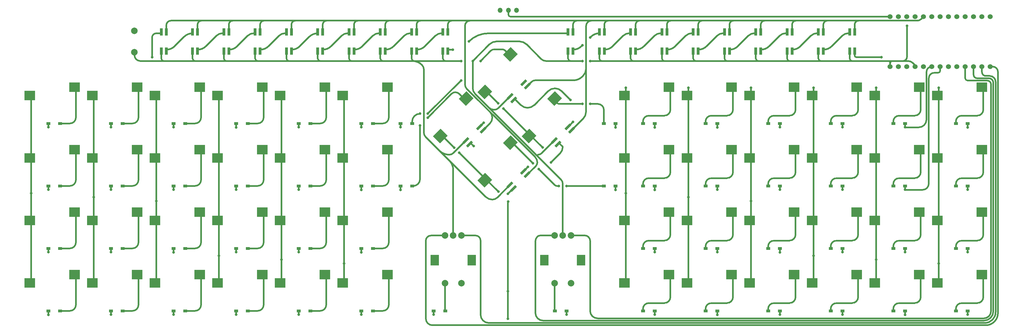
<source format=gbl>
G04 #@! TF.GenerationSoftware,KiCad,Pcbnew,(6.0.2)*
G04 #@! TF.CreationDate,2022-02-24T21:52:04+09:00*
G04 #@! TF.ProjectId,RoSoR,526f536f-522e-46b6-9963-61645f706362,rev?*
G04 #@! TF.SameCoordinates,Original*
G04 #@! TF.FileFunction,Copper,L2,Bot*
G04 #@! TF.FilePolarity,Positive*
%FSLAX46Y46*%
G04 Gerber Fmt 4.6, Leading zero omitted, Abs format (unit mm)*
G04 Created by KiCad (PCBNEW (6.0.2)) date 2022-02-24 21:52:04*
%MOMM*%
%LPD*%
G01*
G04 APERTURE LIST*
G04 Aperture macros list*
%AMRotRect*
0 Rectangle, with rotation*
0 The origin of the aperture is its center*
0 $1 length*
0 $2 width*
0 $3 Rotation angle, in degrees counterclockwise*
0 Add horizontal line*
21,1,$1,$2,0,0,$3*%
G04 Aperture macros list end*
G04 #@! TA.AperFunction,SMDPad,CuDef*
%ADD10R,3.300000X3.000000*%
G04 #@! TD*
G04 #@! TA.AperFunction,SMDPad,CuDef*
%ADD11RotRect,3.300000X3.000000X225.000000*%
G04 #@! TD*
G04 #@! TA.AperFunction,SMDPad,CuDef*
%ADD12R,1.300000X0.950000*%
G04 #@! TD*
G04 #@! TA.AperFunction,ComponentPad*
%ADD13C,2.000000*%
G04 #@! TD*
G04 #@! TA.AperFunction,SMDPad,CuDef*
%ADD14R,0.820000X2.200000*%
G04 #@! TD*
G04 #@! TA.AperFunction,SMDPad,CuDef*
%ADD15RotRect,2.200000X0.820000X45.000000*%
G04 #@! TD*
G04 #@! TA.AperFunction,ComponentPad*
%ADD16R,2.500000X3.200000*%
G04 #@! TD*
G04 #@! TA.AperFunction,ComponentPad*
%ADD17C,1.524000*%
G04 #@! TD*
G04 #@! TA.AperFunction,ComponentPad*
%ADD18O,1.500000X1.500000*%
G04 #@! TD*
G04 #@! TA.AperFunction,ViaPad*
%ADD19C,0.800000*%
G04 #@! TD*
G04 #@! TA.AperFunction,Conductor*
%ADD20C,0.500000*%
G04 #@! TD*
G04 APERTURE END LIST*
D10*
X244962500Y-45045000D03*
X258562500Y-42505000D03*
D11*
X177828104Y-57395245D03*
X185648705Y-45982542D03*
D10*
X44937500Y-45045000D03*
X58537500Y-42505000D03*
D12*
X212537680Y-91678202D03*
X216087680Y-91678202D03*
X88712576Y-72628186D03*
X92262576Y-72628186D03*
D10*
X283062500Y-45045000D03*
X296662500Y-42505000D03*
D13*
X57745458Y-25325072D03*
X57745458Y-31825072D03*
D10*
X206862500Y-83145000D03*
X220462500Y-80605000D03*
D12*
X269687728Y-110728218D03*
X273237728Y-110728218D03*
X69662560Y-110728218D03*
X73212560Y-110728218D03*
D14*
X84975000Y-25625000D03*
X84975000Y-31525000D03*
X86475000Y-31525000D03*
X86475000Y-25625000D03*
D15*
X189748728Y-54610566D03*
X185576798Y-58782496D03*
X186637458Y-59843156D03*
X190809388Y-55671226D03*
D12*
X307787760Y-91678202D03*
X311337760Y-91678202D03*
D10*
X102087500Y-83145000D03*
X115687500Y-80605000D03*
X25887500Y-83145000D03*
X39487500Y-80605000D03*
D12*
X69662560Y-72628186D03*
X73212560Y-72628186D03*
X307787760Y-72628186D03*
X311337760Y-72628186D03*
D10*
X264012500Y-83145000D03*
X277612500Y-80605000D03*
D12*
X250637712Y-72628186D03*
X254187712Y-72628186D03*
X269687728Y-91678202D03*
X273237728Y-91678202D03*
X50612544Y-72628186D03*
X54162544Y-72628186D03*
D10*
X244962500Y-83145000D03*
X258562500Y-80605000D03*
X63987500Y-64095000D03*
X77587500Y-61555000D03*
X244962500Y-102195000D03*
X258562500Y-99655000D03*
D12*
X88712576Y-110728218D03*
X92262576Y-110728218D03*
D10*
X121137500Y-64095000D03*
X134737500Y-61555000D03*
X83037500Y-102195000D03*
X96637500Y-99655000D03*
D12*
X148839442Y-110728218D03*
X152389442Y-110728218D03*
D10*
X283062500Y-83145000D03*
X296662500Y-80605000D03*
X63987500Y-45045000D03*
X77587500Y-42505000D03*
D12*
X50612544Y-53578170D03*
X54162544Y-53578170D03*
D10*
X225912500Y-45045000D03*
X239512500Y-42505000D03*
D12*
X50612544Y-91678202D03*
X54162544Y-91678202D03*
D10*
X302112500Y-83145000D03*
X315712500Y-80605000D03*
X302112500Y-102195000D03*
X315712500Y-99655000D03*
X225912500Y-64095000D03*
X239512500Y-61555000D03*
D12*
X107762592Y-91678202D03*
X111312592Y-91678202D03*
D15*
X162810773Y-54608071D03*
X158638843Y-58780001D03*
X159699503Y-59840661D03*
X163871433Y-55668731D03*
D12*
X138718868Y-72628186D03*
X142268868Y-72628186D03*
X200631420Y-53578170D03*
X204181420Y-53578170D03*
D10*
X225912500Y-102195000D03*
X239512500Y-99655000D03*
D12*
X231587696Y-53578170D03*
X235137696Y-53578170D03*
D10*
X25887500Y-45045000D03*
X39487500Y-42505000D03*
D13*
X157281250Y-87750000D03*
X152281250Y-87750000D03*
X154781250Y-87750000D03*
D16*
X160381250Y-95250000D03*
X149181250Y-95250000D03*
D13*
X152281250Y-102250000D03*
X157281250Y-102250000D03*
D14*
X132600000Y-25625000D03*
X132600000Y-31525000D03*
X134100000Y-31525000D03*
X134100000Y-25625000D03*
D12*
X307787760Y-53578170D03*
X311337760Y-53578170D03*
X212537680Y-110728218D03*
X216087680Y-110728218D03*
D14*
X104025000Y-25625000D03*
X104025000Y-31525000D03*
X105525000Y-31525000D03*
X105525000Y-25625000D03*
D13*
X190618750Y-87750000D03*
X185618750Y-87750000D03*
X188118750Y-87750000D03*
D16*
X182518750Y-95250000D03*
X193718750Y-95250000D03*
D13*
X185618750Y-102250000D03*
X190618750Y-102250000D03*
D12*
X288737744Y-72628186D03*
X292287744Y-72628186D03*
D10*
X44937500Y-83145000D03*
X58537500Y-80605000D03*
X264012500Y-45045000D03*
X277612500Y-42505000D03*
X302112500Y-64095000D03*
X315712500Y-61555000D03*
D12*
X307787760Y-110728218D03*
X311337760Y-110728218D03*
X31562528Y-72628186D03*
X35112528Y-72628186D03*
D15*
X176205293Y-68151419D03*
X172033363Y-72323349D03*
X173094023Y-73384009D03*
X177265953Y-69212079D03*
D14*
X227850000Y-25625000D03*
X227850000Y-31525000D03*
X229350000Y-31525000D03*
X229350000Y-25625000D03*
D12*
X31562528Y-53578170D03*
X35112528Y-53578170D03*
D17*
X290322000Y-36231400D03*
X292862000Y-36231400D03*
X295402000Y-36231400D03*
X297942000Y-36231400D03*
X300482000Y-36231400D03*
X303022000Y-36231400D03*
X305562000Y-36231400D03*
X308102000Y-36231400D03*
X310642000Y-36231400D03*
X313182000Y-36231400D03*
X315722000Y-36231400D03*
X318262000Y-36231400D03*
X318262000Y-21011400D03*
X315722000Y-21011400D03*
X313182000Y-21011400D03*
X310642000Y-21011400D03*
X308102000Y-21011400D03*
X305562000Y-21011400D03*
X303022000Y-21011400D03*
X300482000Y-21011400D03*
X297942000Y-21011400D03*
X295402000Y-21011400D03*
X292862000Y-21011400D03*
X290322000Y-21011400D03*
X287782000Y-21011400D03*
X287782000Y-36231400D03*
D12*
X50612544Y-110728218D03*
X54162544Y-110728218D03*
D11*
X164357719Y-43924860D03*
X172178320Y-32512157D03*
D12*
X88712576Y-53578170D03*
X92262576Y-53578170D03*
D14*
X123075000Y-25625000D03*
X123075000Y-31525000D03*
X124575000Y-31525000D03*
X124575000Y-25625000D03*
D10*
X121137500Y-45045000D03*
X134737500Y-42505000D03*
X102087500Y-102195000D03*
X115687500Y-99655000D03*
D14*
X199275000Y-25625000D03*
X199275000Y-31525000D03*
X200775000Y-31525000D03*
X200775000Y-25625000D03*
D12*
X185748910Y-110728218D03*
X189298910Y-110728218D03*
D10*
X44937500Y-64095000D03*
X58537500Y-61555000D03*
D14*
X75450000Y-25625000D03*
X75450000Y-31525000D03*
X76950000Y-31525000D03*
X76950000Y-25625000D03*
D12*
X69662560Y-91678202D03*
X73212560Y-91678202D03*
X250637712Y-110728218D03*
X254187712Y-110728218D03*
X269687728Y-53578170D03*
X273237728Y-53578170D03*
D10*
X102087500Y-64095000D03*
X115687500Y-61555000D03*
D14*
X142125000Y-25625000D03*
X142125000Y-31525000D03*
X143625000Y-31525000D03*
X143625000Y-25625000D03*
X151650000Y-25625000D03*
X151650000Y-31525000D03*
X153150000Y-31525000D03*
X153150000Y-25625000D03*
D11*
X150887335Y-57395245D03*
X158707936Y-45982542D03*
D10*
X206862500Y-45045000D03*
X220462500Y-42505000D03*
X63987500Y-83145000D03*
X77587500Y-80605000D03*
D14*
X275475000Y-25625000D03*
X275475000Y-31525000D03*
X276975000Y-31525000D03*
X276975000Y-25625000D03*
D12*
X200631420Y-72628186D03*
X204181420Y-72628186D03*
X231587696Y-110728218D03*
X235137696Y-110728218D03*
D10*
X244962500Y-64095000D03*
X258562500Y-61555000D03*
X264012500Y-102195000D03*
X277612500Y-99655000D03*
D12*
X126812608Y-110728218D03*
X130362608Y-110728218D03*
D14*
X237375000Y-25625000D03*
X237375000Y-31525000D03*
X238875000Y-31525000D03*
X238875000Y-25625000D03*
X218325000Y-25625000D03*
X218325000Y-31525000D03*
X219825000Y-31525000D03*
X219825000Y-25625000D03*
X208800000Y-25625000D03*
X208800000Y-31525000D03*
X210300000Y-31525000D03*
X210300000Y-25625000D03*
D15*
X176279707Y-41139137D03*
X172107777Y-45311067D03*
X173168437Y-46371727D03*
X177340367Y-42199797D03*
D14*
X94500000Y-25625000D03*
X94500000Y-31525000D03*
X96000000Y-31525000D03*
X96000000Y-25625000D03*
D12*
X288737744Y-91678202D03*
X292287744Y-91678202D03*
X288737744Y-53578170D03*
X292287744Y-53578170D03*
D10*
X283062500Y-64095000D03*
X296662500Y-61555000D03*
X283062500Y-102195000D03*
X296662500Y-99655000D03*
D14*
X265950000Y-25625000D03*
X265950000Y-31525000D03*
X267450000Y-31525000D03*
X267450000Y-25625000D03*
D10*
X63987500Y-102195000D03*
X77587500Y-99655000D03*
D12*
X126812608Y-72628186D03*
X130362608Y-72628186D03*
X88712576Y-91678202D03*
X92262576Y-91678202D03*
X212537680Y-53578170D03*
X216087680Y-53578170D03*
X138718868Y-53578170D03*
X142268868Y-53578170D03*
X231587500Y-72628186D03*
X235137500Y-72628186D03*
D10*
X206862500Y-102195000D03*
X220462500Y-99655000D03*
X302112500Y-45045000D03*
X315712500Y-42505000D03*
D12*
X31562528Y-91678202D03*
X35112528Y-91678202D03*
X250637712Y-53578170D03*
X254187712Y-53578170D03*
D10*
X83037500Y-64095000D03*
X96637500Y-61555000D03*
D12*
X31562528Y-110728218D03*
X35112528Y-110728218D03*
D10*
X206862500Y-64095000D03*
X220462500Y-61555000D03*
X102087500Y-45045000D03*
X115687500Y-42505000D03*
D14*
X256425000Y-25625000D03*
X256425000Y-31525000D03*
X257925000Y-31525000D03*
X257925000Y-25625000D03*
D12*
X126812608Y-91678202D03*
X130362608Y-91678202D03*
D10*
X83037500Y-83145000D03*
X96637500Y-80605000D03*
D12*
X288737744Y-110728218D03*
X292287744Y-110728218D03*
D10*
X121137500Y-83145000D03*
X134737500Y-80605000D03*
X25887500Y-64095000D03*
X39487500Y-61555000D03*
X121137500Y-102195000D03*
X134737500Y-99655000D03*
D14*
X65925000Y-25625000D03*
X65925000Y-31525000D03*
X67425000Y-31525000D03*
X67425000Y-25625000D03*
X113550000Y-25625000D03*
X113550000Y-31525000D03*
X115050000Y-31525000D03*
X115050000Y-25625000D03*
D10*
X25887500Y-102195000D03*
X39487500Y-99655000D03*
D18*
X171568750Y-19050000D03*
X169068750Y-19050000D03*
X174068750Y-19050000D03*
D12*
X107762500Y-53578170D03*
X111312500Y-53578170D03*
D14*
X246900000Y-25625000D03*
X246900000Y-31525000D03*
X248400000Y-31525000D03*
X248400000Y-25625000D03*
D12*
X231587696Y-91678202D03*
X235137696Y-91678202D03*
D10*
X83037500Y-45045000D03*
X96637500Y-42505000D03*
X44937500Y-102195000D03*
X58537500Y-99655000D03*
D11*
X164357719Y-70865629D03*
X172178320Y-59452926D03*
D12*
X269687500Y-72628186D03*
X273237500Y-72628186D03*
X250637712Y-91678202D03*
X254187712Y-91678202D03*
X107762592Y-110728218D03*
X111312592Y-110728218D03*
X107762592Y-72628186D03*
X111312592Y-72628186D03*
X69662560Y-53578170D03*
X73212560Y-53578170D03*
D10*
X225912500Y-83145000D03*
X239512500Y-80605000D03*
D12*
X212537680Y-72628186D03*
X216087680Y-72628186D03*
D10*
X264012500Y-64095000D03*
X277612500Y-61555000D03*
D14*
X189750000Y-25625000D03*
X189750000Y-31525000D03*
X191250000Y-31525000D03*
X191250000Y-25625000D03*
D12*
X126812608Y-53578170D03*
X130362608Y-53578170D03*
D19*
X31562528Y-54742387D03*
X69662560Y-54742387D03*
X126812608Y-54742387D03*
X107762500Y-54742610D03*
X50612544Y-54742387D03*
X292287744Y-54742387D03*
X138718868Y-54742387D03*
X88701637Y-54768796D03*
X273237728Y-54742387D03*
X216098619Y-54768796D03*
X311348699Y-54768796D03*
X204192359Y-54768796D03*
X254187712Y-54742387D03*
X235148635Y-54768796D03*
X292287744Y-73792403D03*
X138707929Y-73818812D03*
X69662560Y-73792403D03*
X235137500Y-73791930D03*
X204192359Y-73818812D03*
X273237500Y-73791853D03*
X31562528Y-73792403D03*
X311337760Y-73792403D03*
X216098619Y-73818812D03*
X88712576Y-73792403D03*
X50612544Y-73792403D03*
X107762592Y-73792403D03*
X126801669Y-73818812D03*
X254187712Y-73792403D03*
X50612544Y-92842419D03*
X69651621Y-92868828D03*
X292287744Y-92842419D03*
X273237728Y-92842419D03*
X235137696Y-92842419D03*
X88712576Y-92842419D03*
X31562528Y-92842419D03*
X254198651Y-92868828D03*
X107762592Y-92842419D03*
X216087680Y-92842419D03*
X311337760Y-92842419D03*
X126801669Y-92868828D03*
X148839442Y-111892616D03*
X88712576Y-111892435D03*
X107762592Y-111892435D03*
X126812608Y-111892435D03*
X31551589Y-111918844D03*
X69662560Y-111892435D03*
X50612544Y-111892435D03*
X311337760Y-111892435D03*
X292298683Y-111918844D03*
X273237728Y-111892435D03*
X189298910Y-111892616D03*
X235148635Y-111918844D03*
X254187712Y-111892435D03*
X216087680Y-111892435D03*
X157162632Y-40481284D03*
X144666434Y-50596230D03*
X163115708Y-34528208D03*
X147036936Y-50596230D03*
X147042311Y-51792231D03*
X144661059Y-54173483D03*
X194072038Y-47625040D03*
X196453290Y-47625040D03*
X186928282Y-72628186D03*
X179031274Y-65698445D03*
X189309534Y-72628186D03*
X180789175Y-67456346D03*
X196453290Y-34528154D03*
X194072038Y-34528154D03*
X157162632Y-34528154D03*
X160734375Y-34528125D03*
X292894488Y-23812560D03*
X285155406Y-33337584D03*
X194072038Y-29765650D03*
X196453290Y-27384398D03*
X154662500Y-31075000D03*
X159543750Y-28575000D03*
X63103125Y-33337500D03*
X160975744Y-60480506D03*
X171450000Y-75009375D03*
X164073484Y-53345359D03*
X177542419Y-66814294D03*
X184546875Y-65484375D03*
X190500000Y-46434375D03*
X191235897Y-53123397D03*
X207312500Y-42719380D03*
X26337500Y-74865880D03*
X207312500Y-74866336D03*
X45387500Y-76056556D03*
X226362500Y-42719428D03*
X226362500Y-76057012D03*
X245412500Y-77247688D03*
X64437500Y-77247232D03*
X245412500Y-42719476D03*
X264462500Y-93916528D03*
X83487500Y-93916072D03*
X264462500Y-42719524D03*
X283512500Y-95107204D03*
X102537500Y-95106748D03*
X283512500Y-42719572D03*
X121587500Y-96297424D03*
X302562500Y-42719620D03*
X302562500Y-96297880D03*
X168508095Y-74379609D03*
X171450236Y-104774532D03*
X170072219Y-49002965D03*
X156601835Y-62473349D03*
X171450236Y-113109660D03*
X168473579Y-47404324D03*
X171484451Y-77355965D03*
X155113552Y-60985067D03*
X181978479Y-60909225D03*
D20*
X107762500Y-53578170D02*
X107762500Y-54742610D01*
X50612544Y-53578170D02*
X50612544Y-54742387D01*
X311337760Y-53578170D02*
X311337760Y-54742387D01*
X292314245Y-54768888D02*
X296466372Y-54768888D01*
X88712576Y-53578170D02*
X88712576Y-54742387D01*
X204181420Y-53578170D02*
X204181420Y-54742387D01*
X235137696Y-53578170D02*
X235137696Y-54742387D01*
X298847628Y-52387632D02*
X298847628Y-37865772D01*
X126812608Y-53578170D02*
X126812608Y-54742387D01*
X69662560Y-53578170D02*
X69662560Y-54742387D01*
X273237728Y-53578170D02*
X273237728Y-54742387D01*
X31562528Y-53578170D02*
X31562528Y-54742387D01*
X216087680Y-53578170D02*
X216087680Y-54742387D01*
X254187712Y-53578170D02*
X254187712Y-54742387D01*
X138718868Y-53578170D02*
X138718868Y-54742387D01*
X292287744Y-53578170D02*
X292287744Y-54742387D01*
X235148635Y-54768796D02*
G75*
G02*
X235137696Y-54742387I26412J26410D01*
G01*
X298847628Y-52387632D02*
G75*
G02*
X296466372Y-54768888I-2381257J1D01*
G01*
X292298683Y-54768796D02*
G75*
G02*
X292287744Y-54742387I26412J26410D01*
G01*
X292314245Y-54768888D02*
G75*
G02*
X292287744Y-54742387I0J26501D01*
G01*
X88701637Y-54768796D02*
G75*
G03*
X88712576Y-54742387I-26412J26410D01*
G01*
X216098619Y-54768796D02*
G75*
G02*
X216087680Y-54742387I26412J26410D01*
G01*
X204192359Y-54768796D02*
G75*
G02*
X204181420Y-54742387I26412J26410D01*
G01*
X311348699Y-54768796D02*
G75*
G02*
X311337760Y-54742387I26412J26410D01*
G01*
X300482000Y-36231400D02*
G75*
G03*
X298847628Y-37865772I-2J-1634370D01*
G01*
X38100000Y-53578125D02*
X35112573Y-53578125D01*
X39917021Y-43384521D02*
X39917021Y-51761104D01*
X38100000Y-53578125D02*
G75*
G03*
X39917021Y-51761104I0J1817021D01*
G01*
X273237500Y-72628186D02*
X273237500Y-73791853D01*
X299547148Y-39781832D02*
X299547148Y-71928788D01*
X292287744Y-72628186D02*
X292287744Y-73792403D01*
X107762592Y-72628186D02*
X107762592Y-73792403D01*
X88712576Y-72628186D02*
X88712576Y-73792403D01*
X50612544Y-72628186D02*
X50612544Y-73792403D01*
X254187712Y-72628186D02*
X254187712Y-73792403D01*
X31562528Y-72628186D02*
X31562528Y-73792403D01*
X204181420Y-72628186D02*
X204181420Y-73792403D01*
X302419512Y-38100096D02*
X301228884Y-38100096D01*
X69662560Y-72628186D02*
X69662560Y-73792403D01*
X303022000Y-37497608D02*
X303022000Y-36231400D01*
X311337760Y-72628186D02*
X311337760Y-73792403D01*
X138718868Y-72628186D02*
X138718868Y-73792403D01*
X126812608Y-72628186D02*
X126812608Y-73792403D01*
X235137500Y-72628186D02*
X235137500Y-73791930D01*
X216087680Y-72628186D02*
X216087680Y-73792403D01*
X292314277Y-73818936D02*
X297657000Y-73818936D01*
X126801669Y-73818812D02*
G75*
G03*
X126812608Y-73792403I-26412J26410D01*
G01*
X301228884Y-38100096D02*
G75*
G03*
X299547148Y-39781832I0J-1681736D01*
G01*
X216098619Y-73818812D02*
G75*
G02*
X216087680Y-73792403I26412J26410D01*
G01*
X303022000Y-37497608D02*
G75*
G02*
X302419512Y-38100096I-602489J1D01*
G01*
X292298683Y-73818812D02*
G75*
G02*
X292287744Y-73792403I26412J26410D01*
G01*
X204192359Y-73818812D02*
G75*
G02*
X204181420Y-73792403I26412J26410D01*
G01*
X299547148Y-71928788D02*
G75*
G02*
X297657000Y-73818936I-1890150J2D01*
G01*
X292314277Y-73818936D02*
G75*
G02*
X292287744Y-73792403I-1J26532D01*
G01*
X138707929Y-73818812D02*
G75*
G03*
X138718868Y-73792403I-26412J26410D01*
G01*
X38100000Y-72628125D02*
X35112589Y-72628125D01*
X39917021Y-62434521D02*
X39917021Y-70811104D01*
X38100000Y-72628125D02*
G75*
G03*
X39917021Y-70811104I0J1817021D01*
G01*
X216087680Y-91678202D02*
X216087680Y-92842419D01*
X292287744Y-91678202D02*
X292287744Y-92842419D01*
X311337760Y-91678202D02*
X311337760Y-92842419D01*
X126812608Y-91678202D02*
X126812608Y-92842419D01*
X273237728Y-91678202D02*
X273237728Y-92842419D01*
X88712576Y-91678202D02*
X88712576Y-92842419D01*
X69662560Y-91678202D02*
X69662560Y-92842419D01*
X235137696Y-91678202D02*
X235137696Y-92842419D01*
X31562528Y-91678202D02*
X31562528Y-92842419D01*
X254187712Y-91678202D02*
X254187712Y-92842419D01*
X107762592Y-91678202D02*
X107762592Y-92842419D01*
X50612544Y-91678202D02*
X50612544Y-92842419D01*
X69651621Y-92868828D02*
G75*
G03*
X69662560Y-92842419I-26412J26410D01*
G01*
X254198651Y-92868828D02*
G75*
G02*
X254187712Y-92842419I26412J26410D01*
G01*
X126801669Y-92868828D02*
G75*
G03*
X126812608Y-92842419I-26412J26410D01*
G01*
X39917021Y-81484521D02*
X39917021Y-89861104D01*
X38100000Y-91678125D02*
X35112605Y-91678125D01*
X38100000Y-91678125D02*
G75*
G03*
X39917021Y-89861104I0J1817021D01*
G01*
X148839442Y-110728218D02*
X148839442Y-111892616D01*
X235137696Y-110728218D02*
X235137696Y-111892435D01*
X88712576Y-110728218D02*
X88712576Y-111892435D01*
X254187712Y-110728218D02*
X254187712Y-111892435D01*
X31562528Y-110728218D02*
X31562528Y-111892435D01*
X311337760Y-110728218D02*
X311337760Y-111892435D01*
X50612544Y-110728218D02*
X50612544Y-111892435D01*
X292287744Y-110728218D02*
X292287744Y-111892435D01*
X216087680Y-110728218D02*
X216087680Y-111892435D01*
X273237728Y-110728218D02*
X273237728Y-111892435D01*
X69662560Y-110728218D02*
X69662560Y-111892435D01*
X107762592Y-110728218D02*
X107762592Y-111892435D01*
X189298910Y-110728218D02*
X189298910Y-111892616D01*
X126812608Y-110728218D02*
X126812608Y-111892435D01*
X235148635Y-111918844D02*
G75*
G02*
X235137696Y-111892435I26412J26410D01*
G01*
X292298683Y-111918844D02*
G75*
G02*
X292287744Y-111892435I26412J26410D01*
G01*
X31551589Y-111918844D02*
G75*
G03*
X31562528Y-111892435I-26412J26410D01*
G01*
X39917021Y-100534521D02*
X39917021Y-108911104D01*
X38100000Y-110728125D02*
X35112621Y-110728125D01*
X38100000Y-110728125D02*
G75*
G03*
X39917021Y-108911104I0J1817021D01*
G01*
X58967021Y-43384521D02*
X58967021Y-51761104D01*
X57150000Y-53578125D02*
X54162589Y-53578125D01*
X57150000Y-53578125D02*
G75*
G03*
X58967021Y-51761104I0J1817021D01*
G01*
X57150000Y-72628125D02*
X54162605Y-72628125D01*
X58967021Y-62434521D02*
X58967021Y-70811104D01*
X57150000Y-72628125D02*
G75*
G03*
X58967021Y-70811104I0J1817021D01*
G01*
X57150000Y-91678125D02*
X54162621Y-91678125D01*
X58967021Y-81484521D02*
X58967021Y-89861104D01*
X57150000Y-91678125D02*
G75*
G03*
X58967021Y-89861104I0J1817021D01*
G01*
X58967021Y-100534521D02*
X58967021Y-108911104D01*
X57150000Y-110728125D02*
X54162637Y-110728125D01*
X57150000Y-110728125D02*
G75*
G03*
X58967021Y-108911104I0J1817021D01*
G01*
X76200000Y-53578125D02*
X73212605Y-53578125D01*
X78017021Y-43384521D02*
X78017021Y-51761104D01*
X76200000Y-53578125D02*
G75*
G03*
X78017021Y-51761104I0J1817021D01*
G01*
X76200000Y-72628125D02*
X73212621Y-72628125D01*
X78017021Y-62434521D02*
X78017021Y-70811104D01*
X76200000Y-72628125D02*
G75*
G03*
X78017021Y-70811104I0J1817021D01*
G01*
X78017021Y-81484521D02*
X78017021Y-89861104D01*
X76200000Y-91678125D02*
X73212637Y-91678125D01*
X76200000Y-91678125D02*
G75*
G03*
X78017021Y-89861104I0J1817021D01*
G01*
X76200000Y-110728125D02*
X73212653Y-110728125D01*
X78017021Y-100534521D02*
X78017021Y-108911104D01*
X76200000Y-110728125D02*
G75*
G03*
X78017021Y-108911104I0J1817021D01*
G01*
X95250000Y-53578125D02*
X92262621Y-53578125D01*
X97067021Y-43384521D02*
X97067021Y-51761104D01*
X95250000Y-53578125D02*
G75*
G03*
X97067021Y-51761104I0J1817021D01*
G01*
X97067021Y-62434521D02*
X97067021Y-70811104D01*
X95250000Y-72628125D02*
X92262637Y-72628125D01*
X95250000Y-72628125D02*
G75*
G03*
X97067021Y-70811104I0J1817021D01*
G01*
X97067021Y-81484521D02*
X97067021Y-89861104D01*
X95250000Y-91678125D02*
X92262653Y-91678125D01*
X95250000Y-91678125D02*
G75*
G03*
X97067021Y-89861104I0J1817021D01*
G01*
X97067021Y-100534521D02*
X97067021Y-108911104D01*
X95250000Y-110728125D02*
X92262669Y-110728125D01*
X95250000Y-110728125D02*
G75*
G03*
X97067021Y-108911104I0J1817021D01*
G01*
X114300000Y-53578125D02*
X111312545Y-53578125D01*
X116117021Y-43384521D02*
X116117021Y-51761104D01*
X114300000Y-53578125D02*
G75*
G03*
X116117021Y-51761104I0J1817021D01*
G01*
X114300000Y-72628125D02*
X111312653Y-72628125D01*
X116117021Y-62434521D02*
X116117021Y-70811104D01*
X114300000Y-72628125D02*
G75*
G03*
X116117021Y-70811104I0J1817021D01*
G01*
X114300000Y-91678125D02*
X111312669Y-91678125D01*
X116117021Y-81484521D02*
X116117021Y-89861104D01*
X114300000Y-91678125D02*
G75*
G03*
X116117021Y-89861104I0J1817021D01*
G01*
X116117021Y-100534521D02*
X116117021Y-108911104D01*
X114300000Y-110728125D02*
X111312685Y-110728125D01*
X114300000Y-110728125D02*
G75*
G03*
X116117021Y-108911104I0J1817021D01*
G01*
X133350000Y-53578125D02*
X130362653Y-53578125D01*
X135167021Y-43384521D02*
X135167021Y-51761104D01*
X133350000Y-53578125D02*
G75*
G03*
X135167021Y-51761104I0J1817021D01*
G01*
X133350000Y-72628125D02*
X130362669Y-72628125D01*
X135167021Y-62434521D02*
X135167021Y-70811104D01*
X133350000Y-72628125D02*
G75*
G03*
X135167021Y-70811104I0J1817021D01*
G01*
X133350000Y-91678125D02*
X130362685Y-91678125D01*
X135167021Y-81484521D02*
X135167021Y-89861104D01*
X133350000Y-91678125D02*
G75*
G03*
X135167021Y-89861104I0J1817021D01*
G01*
X135167021Y-100534521D02*
X135167021Y-108911104D01*
X133350000Y-110728125D02*
X130362701Y-110728125D01*
X133350000Y-110728125D02*
G75*
G03*
X135167021Y-108911104I0J1817021D01*
G01*
X167282953Y-30956276D02*
X169664205Y-30956276D01*
X170557783Y-31326408D02*
X171860122Y-32628747D01*
X163115708Y-34528208D02*
X166266690Y-31377226D01*
X157162632Y-40481284D02*
X147055288Y-50588628D01*
X142268868Y-53578170D02*
X142268868Y-52993796D01*
X170557783Y-31326408D02*
G75*
G03*
X169664205Y-30956276I-893577J-893576D01*
G01*
X167282953Y-30956276D02*
G75*
G03*
X166266690Y-31377226I-2J-1437207D01*
G01*
X144666434Y-50596230D02*
G75*
G03*
X142268868Y-52993796I1J-2397567D01*
G01*
X147036936Y-50596230D02*
G75*
G03*
X147055288Y-50588628I-2J25957D01*
G01*
X144661059Y-54173483D02*
X144661059Y-70595661D01*
X154360430Y-44474112D02*
X147042311Y-51792231D01*
X158389738Y-46300740D02*
X156683427Y-44594429D01*
X144065746Y-72032873D02*
G75*
G02*
X142628534Y-72628186I-1437212J1437211D01*
G01*
X144065746Y-72032873D02*
G75*
G03*
X144661059Y-70595661I-1437211J1437212D01*
G01*
X154360430Y-44474112D02*
G75*
G02*
X155376693Y-44053162I1016261J-1016257D01*
G01*
X155376693Y-44053163D02*
G75*
G02*
X156683427Y-44594429I5J-1847989D01*
G01*
X152281250Y-102250000D02*
X152281250Y-110467020D01*
X152389442Y-110728218D02*
G75*
G02*
X152281250Y-110467020I261197J261198D01*
G01*
X212537680Y-52971695D02*
X212537680Y-53578170D01*
X219075000Y-51196875D02*
X214312500Y-51196875D01*
X220892021Y-43384521D02*
X220892021Y-49379854D01*
X219075000Y-51196875D02*
G75*
G03*
X220892021Y-49379854I0J1817021D01*
G01*
X212537680Y-52971695D02*
G75*
G02*
X214312500Y-51196875I1774821J-1D01*
G01*
X220892021Y-62434521D02*
X220892021Y-68429854D01*
X219075000Y-70246875D02*
X214312500Y-70246875D01*
X212537680Y-72021695D02*
X212537680Y-72628186D01*
X219075000Y-70246875D02*
G75*
G03*
X220892021Y-68429854I0J1817021D01*
G01*
X212537680Y-72021695D02*
G75*
G02*
X214312500Y-70246875I1774821J-1D01*
G01*
X212537680Y-91071695D02*
X212537680Y-91678202D01*
X219075000Y-89296875D02*
X214312500Y-89296875D01*
X220892021Y-81484521D02*
X220892021Y-87479854D01*
X212537680Y-91071695D02*
G75*
G02*
X214312500Y-89296875I1774821J-1D01*
G01*
X219075000Y-89296875D02*
G75*
G03*
X220892021Y-87479854I0J1817021D01*
G01*
X219075000Y-108346875D02*
X214312500Y-108346875D01*
X220892021Y-100534521D02*
X220892021Y-106529854D01*
X212537680Y-110121695D02*
X212537680Y-110728218D01*
X212537680Y-110121695D02*
G75*
G02*
X214312500Y-108346875I1774821J-1D01*
G01*
X219075000Y-108346875D02*
G75*
G03*
X220892021Y-106529854I0J1817021D01*
G01*
X238125000Y-51196875D02*
X233362500Y-51196875D01*
X231587696Y-52971679D02*
X231587696Y-53578170D01*
X239942021Y-43384521D02*
X239942021Y-49379854D01*
X231587696Y-52971679D02*
G75*
G02*
X233362500Y-51196875I1774804J0D01*
G01*
X238125000Y-51196875D02*
G75*
G03*
X239942021Y-49379854I0J1817021D01*
G01*
X239942021Y-62434569D02*
X239942021Y-68430631D01*
X231587696Y-72628218D02*
X231587696Y-72022444D01*
X238125600Y-70247052D02*
X233363088Y-70247052D01*
X238125600Y-70247052D02*
G75*
G03*
X239942021Y-68430631I1J1816420D01*
G01*
X233363088Y-70247052D02*
G75*
G03*
X231587696Y-72022444I-1J-1775391D01*
G01*
X231587696Y-91678266D02*
X231587696Y-91072492D01*
X239942021Y-81484617D02*
X239942021Y-87480679D01*
X238125600Y-89297100D02*
X233363088Y-89297100D01*
X233363088Y-89297100D02*
G75*
G03*
X231587696Y-91072492I-1J-1775391D01*
G01*
X238125600Y-89297100D02*
G75*
G03*
X239942021Y-87480679I1J1816420D01*
G01*
X238125600Y-108347148D02*
X233363088Y-108347148D01*
X231587696Y-110728314D02*
X231587696Y-110122540D01*
X239942021Y-100534665D02*
X239942021Y-106530727D01*
X233363088Y-108347148D02*
G75*
G03*
X231587696Y-110122540I-1J-1775391D01*
G01*
X238125600Y-108347148D02*
G75*
G03*
X239942021Y-106530727I1J1816420D01*
G01*
X258992021Y-43384521D02*
X258992021Y-49379854D01*
X250637712Y-52971663D02*
X250637712Y-53578170D01*
X257175000Y-51196875D02*
X252412500Y-51196875D01*
X257175000Y-51196875D02*
G75*
G03*
X258992021Y-49379854I0J1817021D01*
G01*
X250637712Y-52971663D02*
G75*
G02*
X252412500Y-51196875I1774787J1D01*
G01*
X250637744Y-72628218D02*
X250637744Y-72022444D01*
X258992069Y-62434569D02*
X258992069Y-68430631D01*
X257175648Y-70247052D02*
X252413136Y-70247052D01*
X252413136Y-70247052D02*
G75*
G03*
X250637744Y-72022444I-1J-1775391D01*
G01*
X257175648Y-70247052D02*
G75*
G03*
X258992069Y-68430631I1J1816420D01*
G01*
X258992069Y-81484617D02*
X258992069Y-87480679D01*
X250637744Y-91678266D02*
X250637744Y-91072492D01*
X257175648Y-89297100D02*
X252413136Y-89297100D01*
X257175648Y-89297100D02*
G75*
G03*
X258992069Y-87480679I1J1816420D01*
G01*
X252413136Y-89297100D02*
G75*
G03*
X250637744Y-91072492I-1J-1775391D01*
G01*
X257175648Y-108347148D02*
X252413136Y-108347148D01*
X250637744Y-110728314D02*
X250637744Y-110122540D01*
X258992069Y-100534665D02*
X258992069Y-106530727D01*
X257175648Y-108347148D02*
G75*
G03*
X258992069Y-106530727I1J1816420D01*
G01*
X252413136Y-108347148D02*
G75*
G03*
X250637744Y-110122540I-1J-1775391D01*
G01*
X269687728Y-52971647D02*
X269687728Y-53578170D01*
X278042021Y-43384521D02*
X278042021Y-49379854D01*
X276225000Y-51196875D02*
X271462500Y-51196875D01*
X276225000Y-51196875D02*
G75*
G03*
X278042021Y-49379854I0J1817021D01*
G01*
X269687728Y-52971647D02*
G75*
G02*
X271462500Y-51196875I1774773J-1D01*
G01*
X276225696Y-70247052D02*
X271463184Y-70247052D01*
X269687792Y-72628218D02*
X269687792Y-72022444D01*
X278042117Y-62434569D02*
X278042117Y-68430631D01*
X276225696Y-70247052D02*
G75*
G03*
X278042117Y-68430631I1J1816420D01*
G01*
X271463184Y-70247052D02*
G75*
G03*
X269687792Y-72022444I-1J-1775391D01*
G01*
X278042117Y-81484617D02*
X278042117Y-87480679D01*
X269687792Y-91678266D02*
X269687792Y-91072492D01*
X276225696Y-89297100D02*
X271463184Y-89297100D01*
X271463184Y-89297100D02*
G75*
G03*
X269687792Y-91072492I-1J-1775391D01*
G01*
X276225696Y-89297100D02*
G75*
G03*
X278042117Y-87480679I1J1816420D01*
G01*
X269687792Y-110728314D02*
X269687792Y-110122540D01*
X276225696Y-108347148D02*
X271463184Y-108347148D01*
X278042117Y-100534665D02*
X278042117Y-106530727D01*
X271463184Y-108347148D02*
G75*
G03*
X269687792Y-110122540I-1J-1775391D01*
G01*
X276225696Y-108347148D02*
G75*
G03*
X278042117Y-106530727I1J1816420D01*
G01*
X295275000Y-51196875D02*
X290512500Y-51196875D01*
X288737744Y-52971631D02*
X288737744Y-53578170D01*
X297092021Y-43384521D02*
X297092021Y-49379854D01*
X288737744Y-52971631D02*
G75*
G02*
X290512500Y-51196875I1774756J0D01*
G01*
X295275000Y-51196875D02*
G75*
G03*
X297092021Y-49379854I0J1817021D01*
G01*
X288737840Y-72628218D02*
X288737840Y-72022444D01*
X297092165Y-62434569D02*
X297092165Y-68430631D01*
X295275744Y-70247052D02*
X290513232Y-70247052D01*
X290513232Y-70247052D02*
G75*
G03*
X288737840Y-72022444I-1J-1775391D01*
G01*
X295275744Y-70247052D02*
G75*
G03*
X297092165Y-68430631I1J1816420D01*
G01*
X295275744Y-89297100D02*
X290513232Y-89297100D01*
X297092165Y-81484617D02*
X297092165Y-87480679D01*
X288737840Y-91678266D02*
X288737840Y-91072492D01*
X295275744Y-89297100D02*
G75*
G03*
X297092165Y-87480679I1J1816420D01*
G01*
X290513232Y-89297100D02*
G75*
G03*
X288737840Y-91072492I-1J-1775391D01*
G01*
X288737840Y-110728314D02*
X288737840Y-110122540D01*
X297092165Y-100534665D02*
X297092165Y-106530727D01*
X295275744Y-108347148D02*
X290513232Y-108347148D01*
X290513232Y-108347148D02*
G75*
G03*
X288737840Y-110122540I-1J-1775391D01*
G01*
X295275744Y-108347148D02*
G75*
G03*
X297092165Y-106530727I1J1816420D01*
G01*
X314325000Y-51196875D02*
X309562500Y-51196875D01*
X316142021Y-43384521D02*
X316142021Y-49379854D01*
X307787760Y-52971615D02*
X307787760Y-53578170D01*
X307787760Y-52971615D02*
G75*
G02*
X309562500Y-51196875I1774739J1D01*
G01*
X314325000Y-51196875D02*
G75*
G03*
X316142021Y-49379854I0J1817021D01*
G01*
X316142213Y-62434569D02*
X316142213Y-68430631D01*
X314325792Y-70247052D02*
X309563280Y-70247052D01*
X307787888Y-72628218D02*
X307787888Y-72022444D01*
X309563280Y-70247052D02*
G75*
G03*
X307787888Y-72022444I-1J-1775391D01*
G01*
X314325792Y-70247052D02*
G75*
G03*
X316142213Y-68430631I1J1816420D01*
G01*
X314325792Y-89297100D02*
X309563280Y-89297100D01*
X307787888Y-91678266D02*
X307787888Y-91072492D01*
X316142213Y-81484617D02*
X316142213Y-87480679D01*
X309563280Y-89297100D02*
G75*
G03*
X307787888Y-91072492I-1J-1775391D01*
G01*
X314325792Y-89297100D02*
G75*
G03*
X316142213Y-87480679I1J1816420D01*
G01*
X307787888Y-110728314D02*
X307787888Y-110122540D01*
X316142213Y-100534665D02*
X316142213Y-106530727D01*
X314325792Y-108347148D02*
X309563280Y-108347148D01*
X314325792Y-108347148D02*
G75*
G03*
X316142213Y-106530727I1J1816420D01*
G01*
X309563280Y-108347148D02*
G75*
G03*
X307787888Y-110122540I-1J-1775391D01*
G01*
X186928282Y-47625040D02*
X194072038Y-47625040D01*
X185330507Y-46300740D02*
X186461431Y-47431664D01*
X198834876Y-47625120D02*
X196453370Y-47625120D01*
X200631420Y-53578170D02*
X200631420Y-49421664D01*
X198834876Y-47625120D02*
G75*
G02*
X200631420Y-49421664I-2J-1796546D01*
G01*
X186928282Y-47625040D02*
G75*
G02*
X186461431Y-47431664I1J660229D01*
G01*
X196453290Y-47625040D02*
G75*
G03*
X196453370Y-47625120I79J-1D01*
G01*
X173103953Y-59771124D02*
X179031274Y-65698445D01*
X186332969Y-72628186D02*
X186928282Y-72628186D01*
X180789175Y-67456346D02*
X185698004Y-72365175D01*
X200631420Y-72628186D02*
X189309534Y-72628186D01*
X186332969Y-72628185D02*
G75*
G02*
X185698005Y-72365174I4J897986D01*
G01*
X185618750Y-102250000D02*
X185618750Y-110413984D01*
X185748910Y-110728218D02*
G75*
G02*
X185618750Y-110413984I314241J314237D01*
G01*
X275475000Y-31075000D02*
X275475000Y-33777400D01*
X133350394Y-34528154D02*
X157162632Y-34528154D01*
X66675226Y-34528154D02*
X76200134Y-34528154D01*
X208800000Y-31075000D02*
X208800000Y-33777568D01*
X227850000Y-31075000D02*
X227850000Y-33777520D01*
X114300346Y-34528154D02*
X123825104Y-34528154D01*
X168179129Y-76177582D02*
X172351561Y-72005151D01*
X158957041Y-58461803D02*
X154828257Y-62590587D01*
X104775088Y-34528154D02*
X114300096Y-34528154D01*
X287782000Y-36231400D02*
X287782000Y-35121618D01*
X161437032Y-44541093D02*
X165996957Y-49101017D01*
X181739996Y-62619297D02*
X185894996Y-58464298D01*
X175022229Y-28574646D02*
X167877771Y-28574646D01*
X218325000Y-31075000D02*
X218325000Y-33777544D01*
X181570313Y-33932812D02*
X177053545Y-29416045D01*
X95250080Y-34528154D02*
X104775088Y-34528154D01*
X123075000Y-31075000D02*
X123075000Y-33778050D01*
X190500538Y-34528154D02*
X183007595Y-34528154D01*
X66675226Y-34528154D02*
X60722086Y-34528154D01*
X133350112Y-34528154D02*
X133350394Y-34528154D01*
X59531400Y-34528212D02*
X60722028Y-34528212D01*
X165996957Y-49101017D02*
X187630891Y-70734951D01*
X75450000Y-31075000D02*
X75450000Y-33778020D01*
X123825104Y-34528154D02*
X133350112Y-34528154D01*
X189750000Y-31075000D02*
X189750000Y-33777616D01*
X265950000Y-31075000D02*
X265950000Y-33777424D01*
X65925000Y-31075000D02*
X65925000Y-33777928D01*
X190500538Y-34528154D02*
X194072038Y-34528154D01*
X154781250Y-87750000D02*
X154781250Y-67763228D01*
X57745458Y-31825072D02*
X57745458Y-32742270D01*
X199274632Y-31075000D02*
X199274632Y-33777616D01*
X295129150Y-35572682D02*
X294679935Y-35123467D01*
X237375000Y-31075000D02*
X237375000Y-33777496D01*
X160734375Y-34528125D02*
X160734375Y-42844729D01*
X76200134Y-34528154D02*
X85725072Y-34528154D01*
X85725072Y-34528154D02*
X95250080Y-34528154D01*
X246900000Y-31075000D02*
X246900000Y-33777472D01*
X104025000Y-31075000D02*
X104025000Y-33778066D01*
X292894488Y-23812560D02*
X292894488Y-33337036D01*
X94500000Y-31075000D02*
X94500000Y-33778074D01*
X132600000Y-31075000D02*
X132600000Y-33777760D01*
X151650000Y-31075000D02*
X151650000Y-33777712D01*
X113550000Y-31075000D02*
X113550000Y-33777808D01*
X291703370Y-34528154D02*
X288131492Y-34528154D01*
X256425000Y-31075000D02*
X256425000Y-33777448D01*
X145851685Y-56406057D02*
X145851685Y-37155992D01*
X188118750Y-87750000D02*
X188118750Y-71912746D01*
X172425975Y-44992869D02*
X168520455Y-48898389D01*
X293242723Y-34528154D02*
X291703370Y-34528154D01*
X196453290Y-34528154D02*
X288131492Y-34528154D01*
X146377766Y-57676128D02*
X164655116Y-75953478D01*
X142125000Y-31075000D02*
X142125000Y-33777736D01*
X84975000Y-31075000D02*
X84975000Y-33778082D01*
X114300096Y-34528154D02*
X114300346Y-34528154D01*
X165846455Y-29416045D02*
X160734375Y-34528125D01*
X287536179Y-34528154D02*
G75*
G02*
X287782000Y-35121618I-593468J-593466D01*
G01*
X104775088Y-34528154D02*
G75*
G02*
X104025000Y-33778066I1J750089D01*
G01*
X276225754Y-34528154D02*
G75*
G02*
X275475000Y-33777400I1J750755D01*
G01*
X145256372Y-35718780D02*
G75*
G02*
X145851685Y-37155992I-1437211J-1437212D01*
G01*
X209550586Y-34528154D02*
G75*
G02*
X208800000Y-33777568I2J750588D01*
G01*
X152400442Y-34528154D02*
G75*
G02*
X151650000Y-33777712I-1J750441D01*
G01*
X76200134Y-34528154D02*
G75*
G02*
X75450000Y-33778020I-1J750133D01*
G01*
X168179129Y-76177582D02*
G75*
G02*
X166687640Y-76795377I-1491491J1491493D01*
G01*
X165846455Y-29416045D02*
G75*
G02*
X167877771Y-28574646I2031317J-2031318D01*
G01*
X181570313Y-33932812D02*
G75*
G03*
X183007595Y-34528154I1437279J1437275D01*
G01*
X153590754Y-64889117D02*
G75*
G02*
X154781250Y-67763228I-2874111J-2874111D01*
G01*
X190500538Y-34528154D02*
G75*
G02*
X189750000Y-33777616I-2J750536D01*
G01*
X66675226Y-34528154D02*
G75*
G02*
X65925000Y-33777928I0J750226D01*
G01*
X295129150Y-35572682D02*
G75*
G02*
X295402000Y-36231400I-658711J-658715D01*
G01*
X145851686Y-56406057D02*
G75*
G03*
X146377767Y-57676127I1796148J-1D01*
G01*
X150541967Y-61840329D02*
G75*
G03*
X153590754Y-63103178I3048787J3048788D01*
G01*
X200025170Y-34528154D02*
G75*
G02*
X199274632Y-33777616I-2J750536D01*
G01*
X266700730Y-34528154D02*
G75*
G02*
X265950000Y-33777424I1J750731D01*
G01*
X167282953Y-49410978D02*
G75*
G03*
X168520455Y-48898389I-1J1750095D01*
G01*
X95250080Y-34528154D02*
G75*
G02*
X94500000Y-33778074I-1J750079D01*
G01*
X142381947Y-34528155D02*
G75*
G02*
X145256372Y-35718780I4J-4065041D01*
G01*
X161437032Y-44541093D02*
G75*
G02*
X160734457Y-42844927I1696176J1696170D01*
G01*
X60722086Y-34528154D02*
G75*
G02*
X60722028Y-34528212I-58J0D01*
G01*
X288131492Y-34528154D02*
G75*
G03*
X287782000Y-35371902I843748J-843748D01*
G01*
X123825104Y-34528154D02*
G75*
G02*
X123075000Y-33778050I-1J750103D01*
G01*
X187630891Y-70734951D02*
G75*
G02*
X188118750Y-71912746I-1177790J-1177793D01*
G01*
X133350394Y-34528154D02*
G75*
G02*
X132600000Y-33777760I-1J750393D01*
G01*
X166687640Y-76795377D02*
G75*
G02*
X164655116Y-75953478I3J2874430D01*
G01*
X180571805Y-63103178D02*
G75*
G03*
X181739996Y-62619297I-3J1652077D01*
G01*
X175022229Y-28574646D02*
G75*
G02*
X177053545Y-29416045I3J-2872705D01*
G01*
X291703370Y-34528154D02*
G75*
G03*
X292894488Y-33337036I1J1191117D01*
G01*
X293242723Y-34528155D02*
G75*
G02*
X294679934Y-35123468I0J-2032523D01*
G01*
X114300346Y-34528154D02*
G75*
G02*
X113550000Y-33777808I-1J750345D01*
G01*
X238125658Y-34528154D02*
G75*
G02*
X237375000Y-33777496I1J750659D01*
G01*
X85725072Y-34528154D02*
G75*
G02*
X84975000Y-33778082I0J750072D01*
G01*
X228600634Y-34528154D02*
G75*
G02*
X227850000Y-33777520I1J750635D01*
G01*
X153590754Y-63103177D02*
G75*
G03*
X154828257Y-62590587I1J1750090D01*
G01*
X257175706Y-34528154D02*
G75*
G02*
X256425000Y-33777448I1J750707D01*
G01*
X219075610Y-34528154D02*
G75*
G02*
X218325000Y-33777544I1J750611D01*
G01*
X142875418Y-34528154D02*
G75*
G02*
X142125000Y-33777736I-1J750417D01*
G01*
X161437032Y-44541093D02*
G75*
G02*
X160734375Y-42844729I1696371J1696367D01*
G01*
X247650682Y-34528154D02*
G75*
G02*
X246900000Y-33777472I1J750683D01*
G01*
X165616758Y-48720819D02*
G75*
G03*
X167282953Y-49410979I1666197J1666201D01*
G01*
X59531400Y-34528212D02*
G75*
G02*
X57745458Y-32742270I-1J1785941D01*
G01*
X171568750Y-20358994D02*
X171568750Y-19050000D01*
X287782000Y-21011400D02*
X172221156Y-21011400D01*
X171568750Y-20358994D02*
G75*
G03*
X172221156Y-21011400I652405J-1D01*
G01*
X285155406Y-33337584D02*
X277416324Y-33337584D01*
X276975000Y-31075000D02*
X276975000Y-32896260D01*
X276975000Y-32896260D02*
G75*
G03*
X277416324Y-33337584I441325J1D01*
G01*
X270032429Y-30005323D02*
X273248667Y-26789085D01*
X274972620Y-26075000D02*
X275475000Y-26075000D01*
X274972620Y-26075001D02*
G75*
G03*
X273248668Y-26789086I1J-2438039D01*
G01*
X270032429Y-30005323D02*
G75*
G02*
X267450000Y-31075000I-2582430J2582432D01*
G01*
X192482286Y-22222911D02*
X159942714Y-22222911D01*
X134100000Y-25975000D02*
X134100000Y-23455197D01*
X219825000Y-25975000D02*
X219825000Y-23455197D01*
X296066891Y-22222911D02*
X278207286Y-22222911D01*
X86475000Y-25975000D02*
X86475000Y-23455197D01*
X210300000Y-25975000D02*
X210300000Y-23455197D01*
X160358868Y-44456830D02*
X168676921Y-52774883D01*
X257925000Y-25975000D02*
X257925000Y-23455197D01*
X97232286Y-22222911D02*
X87707286Y-22222911D01*
X163553235Y-55986929D02*
X165937899Y-53602265D01*
X168681553Y-52774883D02*
X179695048Y-63788378D01*
X249632286Y-22222911D02*
X240107286Y-22222911D01*
X76950000Y-25975000D02*
X76950000Y-23455197D01*
X168676921Y-52774883D02*
X168681553Y-52774883D01*
X116282286Y-22222911D02*
X106757286Y-22222911D01*
X268682286Y-22222911D02*
X259157286Y-22222911D01*
X87707286Y-22222911D02*
X78182286Y-22222911D01*
X135332286Y-22222911D02*
X125807286Y-22222911D01*
X153150000Y-25975000D02*
X153150000Y-23455197D01*
X177022169Y-42517995D02*
X178703098Y-40837066D01*
X278207286Y-22222911D02*
X268682286Y-22222911D01*
X179946438Y-66531594D02*
X176947755Y-69530277D01*
X297942000Y-21011400D02*
X297199723Y-21753676D01*
X179719359Y-40416117D02*
X191354940Y-40416117D01*
X238875000Y-25975000D02*
X238875000Y-23455197D01*
X115050000Y-25975000D02*
X115050000Y-23455197D01*
X191250000Y-25975000D02*
X191250000Y-23455197D01*
X248400000Y-25975000D02*
X248400000Y-23455197D01*
X160358868Y-44456830D02*
X160358868Y-44452198D01*
X106757286Y-22222911D02*
X97232286Y-22222911D01*
X158353258Y-41671910D02*
X158353258Y-23585124D01*
X160358868Y-44452198D02*
X158901038Y-42994368D01*
X202007286Y-22222911D02*
X196852089Y-22222911D01*
X143625000Y-25975000D02*
X143625000Y-23455197D01*
X96000000Y-25975000D02*
X96000000Y-23455197D01*
X195220789Y-36867531D02*
X195220789Y-23854211D01*
X196852089Y-22222911D02*
X192482286Y-22222911D01*
X230582286Y-22222911D02*
X221057286Y-22222911D01*
X124575000Y-25975000D02*
X124575000Y-23455197D01*
X259157286Y-22222911D02*
X249632286Y-22222911D01*
X240107286Y-22222911D02*
X230582286Y-22222911D01*
X267450000Y-25975000D02*
X267450000Y-23455197D01*
X67425000Y-26075000D02*
X67425000Y-23685794D01*
X229350000Y-25975000D02*
X229350000Y-23455197D01*
X194072038Y-39290658D02*
X194319669Y-39043027D01*
X144857286Y-22222911D02*
X135332286Y-22222911D01*
X221057286Y-22222911D02*
X211532286Y-22222911D01*
X78182286Y-22222911D02*
X68887883Y-22222911D01*
X276975000Y-25975000D02*
X276975000Y-23455197D01*
X105525000Y-25975000D02*
X105525000Y-23455197D01*
X159942714Y-22222911D02*
X154382286Y-22222911D01*
X211532286Y-22222911D02*
X202007286Y-22222911D01*
X125807286Y-22222911D02*
X116282286Y-22222911D01*
X154382286Y-22222911D02*
X144857286Y-22222911D01*
X180380142Y-65484540D02*
X180380142Y-65442341D01*
X194304797Y-52175817D02*
X190491190Y-55989424D01*
X200775000Y-25975000D02*
X200775000Y-23455197D01*
X195220789Y-49964417D02*
X195220789Y-36867531D01*
X97232286Y-22222911D02*
G75*
G03*
X96000000Y-23455197I-1J-1232285D01*
G01*
X179719359Y-40416117D02*
G75*
G03*
X178703098Y-40837066I-1J-1437207D01*
G01*
X268682286Y-22222911D02*
G75*
G03*
X267450000Y-23455197I-1J-1232285D01*
G01*
X135332286Y-22222911D02*
G75*
G03*
X134100000Y-23455197I-1J-1232285D01*
G01*
X158353259Y-41671910D02*
G75*
G03*
X158901039Y-42994367I1870233J-2D01*
G01*
X240107286Y-22222911D02*
G75*
G03*
X238875000Y-23455197I-1J-1232285D01*
G01*
X195220789Y-36867531D02*
G75*
G02*
X194319669Y-39043027I-3076610J-2D01*
G01*
X179695048Y-63788378D02*
G75*
G02*
X180380142Y-65442341I-1653963J-1653963D01*
G01*
X78182286Y-22222911D02*
G75*
G03*
X76950000Y-23455197I-1J-1232285D01*
G01*
X194304797Y-52175817D02*
G75*
G03*
X195220789Y-49964417I-2211405J2211402D01*
G01*
X259157286Y-22222911D02*
G75*
G03*
X257925000Y-23455197I-1J-1232285D01*
G01*
X144857286Y-22222911D02*
G75*
G03*
X143625000Y-23455197I-1J-1232285D01*
G01*
X165975847Y-50073809D02*
G75*
G02*
X166687640Y-51792231I-1718426J-1718422D01*
G01*
X192482286Y-22222911D02*
G75*
G03*
X191250000Y-23455197I-1J-1232285D01*
G01*
X194072038Y-39290658D02*
G75*
G02*
X191354940Y-40416117I-2717101J2717105D01*
G01*
X249632286Y-22222911D02*
G75*
G03*
X248400000Y-23455197I-1J-1232285D01*
G01*
X106757286Y-22222911D02*
G75*
G03*
X105525000Y-23455197I-1J-1232285D01*
G01*
X278207286Y-22222911D02*
G75*
G03*
X276975000Y-23455197I-1J-1232285D01*
G01*
X125807286Y-22222911D02*
G75*
G03*
X124575000Y-23455197I-1J-1232285D01*
G01*
X211532286Y-22222911D02*
G75*
G03*
X210300000Y-23455197I-1J-1232285D01*
G01*
X202007286Y-22222911D02*
G75*
G03*
X200775000Y-23455197I-1J-1232285D01*
G01*
X166687639Y-51792231D02*
G75*
G02*
X165937898Y-53602264I-2559771J-1D01*
G01*
X67425000Y-23685794D02*
G75*
G02*
X68887883Y-22222911I1462885J-2D01*
G01*
X154382286Y-22222911D02*
G75*
G03*
X153150000Y-23455197I-1J-1232285D01*
G01*
X221057286Y-22222911D02*
G75*
G03*
X219825000Y-23455197I-1J-1232285D01*
G01*
X116282286Y-22222911D02*
G75*
G03*
X115050000Y-23455197I-1J-1232285D01*
G01*
X179946438Y-66531594D02*
G75*
G03*
X180380142Y-65484540I-1047052J1047053D01*
G01*
X196852089Y-22222911D02*
G75*
G03*
X195220789Y-23854211I1J-1631301D01*
G01*
X230582286Y-22222911D02*
G75*
G03*
X229350000Y-23455197I-1J-1232285D01*
G01*
X87707286Y-22222911D02*
G75*
G03*
X86475000Y-23455197I-1J-1232285D01*
G01*
X159942714Y-22222911D02*
G75*
G03*
X158353258Y-23812367I0J-1589456D01*
G01*
X296066891Y-22222911D02*
G75*
G03*
X297199723Y-21753676I0J1602064D01*
G01*
X260507415Y-30005328D02*
X263723659Y-26789085D01*
X265447612Y-26075000D02*
X265950000Y-26075000D01*
X260507415Y-30005328D02*
G75*
G02*
X257925000Y-31075000I-2582416J2582416D01*
G01*
X265447612Y-26075001D02*
G75*
G03*
X263723660Y-26789086I1J-2438039D01*
G01*
X255922604Y-26075000D02*
X256425000Y-26075000D01*
X250982402Y-30005334D02*
X254198651Y-26789085D01*
X250982402Y-30005334D02*
G75*
G02*
X248400000Y-31075000I-2582401J2582400D01*
G01*
X255922604Y-26075001D02*
G75*
G03*
X254198652Y-26789086I1J-2438039D01*
G01*
X246397596Y-26075000D02*
X246900000Y-26075000D01*
X241457388Y-30005340D02*
X244673643Y-26789085D01*
X246397596Y-26075001D02*
G75*
G03*
X244673644Y-26789086I1J-2438039D01*
G01*
X241457388Y-30005340D02*
G75*
G02*
X238875000Y-31075000I-2582391J2582395D01*
G01*
X236872588Y-26075000D02*
X237375000Y-26075000D01*
X231932374Y-30005345D02*
X235148635Y-26789085D01*
X236872588Y-26075001D02*
G75*
G03*
X235148636Y-26789086I1J-2438039D01*
G01*
X231932374Y-30005345D02*
G75*
G02*
X229350000Y-31075000I-2582372J2582368D01*
G01*
X227347580Y-26075000D02*
X227850000Y-26075000D01*
X222407361Y-30005351D02*
X225623627Y-26789085D01*
X227347580Y-26075001D02*
G75*
G03*
X225623628Y-26789086I1J-2438039D01*
G01*
X222407361Y-30005351D02*
G75*
G02*
X219825000Y-31075000I-2582362J2582363D01*
G01*
X212882348Y-30005357D02*
X216098619Y-26789085D01*
X217822572Y-26075000D02*
X218325000Y-26075000D01*
X217822572Y-26075001D02*
G75*
G03*
X216098620Y-26789086I1J-2438039D01*
G01*
X212882348Y-30005357D02*
G75*
G02*
X210300000Y-31075000I-2582348J2582351D01*
G01*
X208297564Y-26075000D02*
X208800000Y-26075000D01*
X203357333Y-30005362D02*
X206573611Y-26789085D01*
X208297564Y-26075001D02*
G75*
G03*
X206573612Y-26789086I1J-2438039D01*
G01*
X203357333Y-30005362D02*
G75*
G02*
X200775000Y-31075000I-2582333J2582331D01*
G01*
X193832320Y-30005368D02*
X194072038Y-29765650D01*
X196453290Y-27384398D02*
X196693322Y-27144366D01*
X193832320Y-30005368D02*
G75*
G02*
X191250000Y-31075000I-2582318J2582314D01*
G01*
X199275000Y-26075001D02*
G75*
G03*
X196693323Y-27144367I4J-3651053D01*
G01*
X165579283Y-26075000D02*
X189750000Y-26075000D01*
X153150000Y-31075000D02*
X154662500Y-31075000D01*
X165579283Y-26075000D02*
G75*
G03*
X159543750Y-28575000I1J-8535534D01*
G01*
X146207251Y-30005396D02*
X149423563Y-26789085D01*
X151147516Y-26075000D02*
X151650000Y-26075000D01*
X151147516Y-26075001D02*
G75*
G03*
X149423564Y-26789086I1J-2438039D01*
G01*
X146207251Y-30005396D02*
G75*
G02*
X143625000Y-31075000I-2582251J2582250D01*
G01*
X136682238Y-30005402D02*
X139898555Y-26789085D01*
X141622508Y-26075000D02*
X142125000Y-26075000D01*
X136682238Y-30005402D02*
G75*
G02*
X134100000Y-31075000I-2582236J2582233D01*
G01*
X141622508Y-26075001D02*
G75*
G03*
X139898556Y-26789086I1J-2438039D01*
G01*
X127157225Y-30005408D02*
X130373547Y-26789085D01*
X132097500Y-26075000D02*
X132600000Y-26075000D01*
X132097500Y-26075001D02*
G75*
G03*
X130373548Y-26789086I1J-2438039D01*
G01*
X127157225Y-30005408D02*
G75*
G02*
X124575000Y-31075000I-2582225J2582228D01*
G01*
X122572492Y-26075000D02*
X123075000Y-26075000D01*
X117632210Y-30005413D02*
X120848539Y-26789085D01*
X117632210Y-30005413D02*
G75*
G02*
X115050000Y-31075000I-2582207J2582202D01*
G01*
X122572492Y-26075001D02*
G75*
G03*
X120848540Y-26789086I1J-2438039D01*
G01*
X108107197Y-30005419D02*
X110968199Y-27144417D01*
X113550000Y-26075001D02*
G75*
G03*
X110968199Y-27144417I-3J-3651211D01*
G01*
X108107197Y-30005419D02*
G75*
G02*
X105525000Y-31075000I-2582197J2582196D01*
G01*
X103522476Y-26075000D02*
X104025000Y-26075000D01*
X98582184Y-30005425D02*
X101798523Y-26789085D01*
X98582184Y-30005425D02*
G75*
G02*
X96000000Y-31075000I-2582186J2582191D01*
G01*
X103522476Y-26075001D02*
G75*
G03*
X101798524Y-26789086I1J-2438039D01*
G01*
X89057169Y-30005430D02*
X92273515Y-26789085D01*
X93997468Y-26075000D02*
X94500000Y-26075000D01*
X93997468Y-26075001D02*
G75*
G03*
X92273516Y-26789086I1J-2438039D01*
G01*
X89057169Y-30005430D02*
G75*
G02*
X86475000Y-31075000I-2582168J2582164D01*
G01*
X84472460Y-26075000D02*
X84975000Y-26075000D01*
X79532156Y-30005436D02*
X82748507Y-26789085D01*
X84472460Y-26075001D02*
G75*
G03*
X82748508Y-26789086I1J-2438039D01*
G01*
X79532156Y-30005436D02*
G75*
G02*
X76950000Y-31075000I-2582157J2582159D01*
G01*
X70007143Y-30005442D02*
X72868144Y-27144440D01*
X75450000Y-26075001D02*
G75*
G03*
X72868145Y-27144441I-3J-3651287D01*
G01*
X70007143Y-30005442D02*
G75*
G02*
X67425000Y-31075000I-2582144J2582147D01*
G01*
X160017701Y-59522463D02*
X160975744Y-60480506D01*
X65925000Y-26075000D02*
X64412500Y-26075000D01*
X63103125Y-27384375D02*
X63103125Y-33337500D01*
X63103125Y-27384375D02*
G75*
G02*
X64412500Y-26075000I1309375J0D01*
G01*
X173380371Y-73079003D02*
X171450000Y-75009375D01*
X162492575Y-54926269D02*
X164073484Y-53345359D01*
X188094834Y-60664135D02*
X186955656Y-59524958D01*
X175887095Y-68469617D02*
X177542419Y-66814294D01*
X184546875Y-65484375D02*
X187276851Y-62754399D01*
X188094834Y-60664135D02*
G75*
G02*
X188118750Y-60721875I-57750J-57743D01*
G01*
X188118749Y-60721875D02*
G75*
G02*
X187276850Y-62754398I-2874418J-2D01*
G01*
X173486635Y-46053529D02*
X175432451Y-47999345D01*
X189430530Y-54928764D02*
X191235897Y-53123397D01*
X179435649Y-47973726D02*
X183704976Y-43704399D01*
X187770024Y-43704399D02*
X190500000Y-46434375D01*
X177403125Y-48815625D02*
G75*
G02*
X175432451Y-47999345I-1J2786951D01*
G01*
X187770024Y-43704399D02*
G75*
G03*
X185737500Y-42862500I-2032522J-2032520D01*
G01*
X179435649Y-47973726D02*
G75*
G02*
X177403125Y-48815625I-2032522J2032520D01*
G01*
X185737500Y-42862500D02*
G75*
G03*
X183704976Y-43704399I3J-2874430D01*
G01*
X207312500Y-45045000D02*
X207312500Y-42719380D01*
X26337500Y-45045000D02*
X26337500Y-74865880D01*
X26337500Y-74865880D02*
X26337500Y-102195000D01*
X207312500Y-45045000D02*
X207312500Y-74866336D01*
X207312500Y-74866336D02*
X207312500Y-102195000D01*
X226362500Y-76057012D02*
X226362500Y-102195000D01*
X45387500Y-102195000D02*
X45387500Y-76056556D01*
X226362500Y-45045000D02*
X226362500Y-76057012D01*
X45387500Y-76056556D02*
X45387500Y-45045000D01*
X226362500Y-45045000D02*
X226362500Y-42719428D01*
X64437500Y-77247232D02*
X64437500Y-102195000D01*
X245412500Y-102195000D02*
X245412500Y-77247688D01*
X64437500Y-45045000D02*
X64437500Y-77247232D01*
X245412500Y-45045000D02*
X245412500Y-42719476D01*
X245412500Y-77247688D02*
X245412500Y-45045000D01*
X83487500Y-102195000D02*
X83487500Y-93916072D01*
X264462500Y-45045000D02*
X264462500Y-42719524D01*
X83487500Y-93916072D02*
X83487500Y-45045000D01*
X264462500Y-45045000D02*
X264462500Y-93916528D01*
X264462500Y-93916528D02*
X264462500Y-102195000D01*
X102537500Y-95106748D02*
X102537500Y-102195000D01*
X283512500Y-45045000D02*
X283512500Y-42719572D01*
X283512500Y-95107204D02*
X283512500Y-45045000D01*
X102537500Y-45045000D02*
X102537500Y-95106748D01*
X283512500Y-102195000D02*
X283512500Y-95107204D01*
X121587500Y-96297424D02*
X121587500Y-45045000D01*
X302562500Y-96297880D02*
X302562500Y-102195000D01*
X302562500Y-95988542D02*
X302562500Y-96297880D01*
X121587500Y-102195000D02*
X121587500Y-96297424D01*
X302562500Y-45045000D02*
X302562500Y-95988542D01*
X302562500Y-45045000D02*
X302562500Y-42719620D01*
X178146302Y-57077047D02*
X181978479Y-60909225D01*
X164675917Y-43606662D02*
X168473579Y-47404324D01*
X156601835Y-62473349D02*
X164675917Y-70547431D01*
X164675917Y-70547431D02*
X168508095Y-74379609D01*
X171450236Y-104774532D02*
X171450236Y-113109660D01*
X171484451Y-77355965D02*
X171450236Y-77390180D01*
X170072219Y-49002965D02*
X178146302Y-57077047D01*
X151205533Y-57077047D02*
X155113552Y-60985067D01*
X171450236Y-77390180D02*
X171450236Y-104774532D01*
X315722000Y-36231400D02*
X315722000Y-37894516D01*
X165601498Y-114404494D02*
X316602842Y-114404494D01*
X319896267Y-40872491D02*
X319896267Y-111111069D01*
X161568936Y-87750000D02*
X157281250Y-87750000D01*
X163116036Y-111919032D02*
X163116036Y-89297100D01*
X316909796Y-39082312D02*
X318106088Y-39082312D01*
X163116036Y-111919032D02*
G75*
G03*
X165601498Y-114404494I2485462J0D01*
G01*
X319896267Y-40872491D02*
G75*
G03*
X318106088Y-39082312I-1790178J1D01*
G01*
X161568936Y-87750000D02*
G75*
G02*
X163116036Y-89297100I0J-1547100D01*
G01*
X316602842Y-114404494D02*
G75*
G03*
X319896267Y-111111069I-1J3293426D01*
G01*
X316909796Y-39082312D02*
G75*
G02*
X315722000Y-37894516I-1J1187795D01*
G01*
X318262000Y-36231400D02*
X319005550Y-36231400D01*
X152281250Y-87750000D02*
X148021715Y-87750000D01*
X148441598Y-115104014D02*
X316892592Y-115104014D01*
X320595787Y-111400819D02*
X320595787Y-37821637D01*
X146447244Y-89324471D02*
X146447244Y-113109660D01*
X320595787Y-37821637D02*
G75*
G03*
X319005550Y-36231400I-1590238J-1D01*
G01*
X320595787Y-111400819D02*
G75*
G02*
X316892592Y-115104014I-3703196J1D01*
G01*
X146447244Y-89324471D02*
G75*
G02*
X148021715Y-87750000I1574471J0D01*
G01*
X148441598Y-115104014D02*
G75*
G02*
X146447244Y-113109660I1J1994355D01*
G01*
X318492990Y-110810684D02*
X318492990Y-41671980D01*
X195857977Y-88106324D02*
X196032340Y-88280687D01*
X198730670Y-113005454D02*
X316298220Y-113005454D01*
X196453290Y-89296950D02*
X196453290Y-110728074D01*
X190618750Y-87750000D02*
X194997735Y-87750000D01*
X317302362Y-40481352D02*
X311349222Y-40481352D01*
X310642000Y-39774130D02*
X310642000Y-36231400D01*
X310642000Y-39774130D02*
G75*
G03*
X311349222Y-40481352I707224J2D01*
G01*
X196453290Y-89296950D02*
G75*
G03*
X196032340Y-88280687I-1437207J2D01*
G01*
X195857977Y-88106324D02*
G75*
G03*
X194997735Y-87750000I-860245J-860249D01*
G01*
X198730670Y-113005454D02*
G75*
G02*
X196453290Y-110728074I-1J2277379D01*
G01*
X318492990Y-110810684D02*
G75*
G02*
X316298220Y-113005454I-2194769J-1D01*
G01*
X317302362Y-40481352D02*
G75*
G02*
X318492990Y-41671980I0J-1190628D01*
G01*
X317793470Y-39781832D02*
X314221586Y-39781832D01*
X182166084Y-113704974D02*
X316320146Y-113704974D01*
X179784526Y-111323416D02*
X179784526Y-89543536D01*
X181240081Y-87750000D02*
X185618750Y-87750000D01*
X319192510Y-110832610D02*
X319192510Y-41180872D01*
X313182000Y-38742246D02*
X313182000Y-36231400D01*
X182166084Y-113704974D02*
G75*
G02*
X179784526Y-111323416I-1J2381557D01*
G01*
X181240081Y-87750001D02*
G75*
G03*
X180379840Y-88106325I1J-1216568D01*
G01*
X180379839Y-88106324D02*
G75*
G03*
X179784526Y-89543536I1437216J-1437214D01*
G01*
X317793470Y-39781832D02*
G75*
G02*
X319192510Y-41180872I1J-1399039D01*
G01*
X319192510Y-110832610D02*
G75*
G02*
X316320146Y-113704974I-2872364J0D01*
G01*
X313182000Y-38742246D02*
G75*
G03*
X314221586Y-39781832I1039587J1D01*
G01*
M02*

</source>
